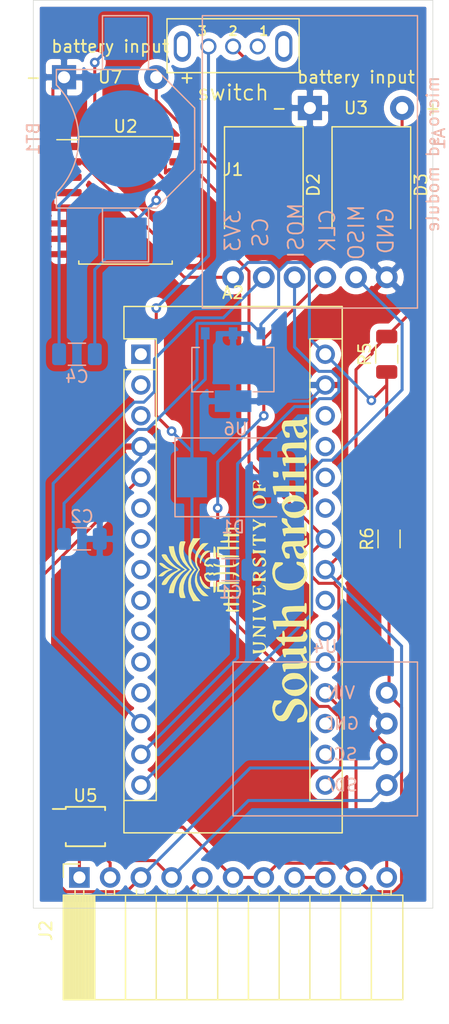
<source format=kicad_pcb>
(kicad_pcb (version 20171130) (host pcbnew "(5.1.10)-1")
  (layers (0 F.Cu signal) (31 B.Cu signal) (34 B.Paste user) (35 F.Paste user) (36 B.SilkS user) (37 F.SilkS user) (38 B.Mask user) (39 F.Mask user) (44 Edge.Cuts user))
  (net 0 "")
  (net 1 "Net-(A1-Pad4)")
  (net 2 "Net-(A1-Pad5)")
  (net 3 "Net-(A1-Pad1)")
  (net 4 "Net-(A1-Pad3)")
  (net 5 GND)
  (net 6 "Net-(A1-Pad2)")
  (net 7 "Net-(A2-Pad28)")
  (net 8 "Net-(A2-Pad12)")
  (net 9 "Net-(A2-Pad27)")
  (net 10 "Net-(A2-Pad11)")
  (net 11 "Net-(A2-Pad26)")
  (net 12 "Net-(A2-Pad10)")
  (net 13 "Net-(A2-Pad25)")
  (net 14 "Net-(A2-Pad9)")
  (net 15 "Net-(A2-Pad24)")
  (net 16 "Net-(A2-Pad8)")
  (net 17 "Net-(A2-Pad23)")
  (net 18 "Net-(A2-Pad7)")
  (net 19 "Net-(A2-Pad22)")
  (net 20 "Net-(A2-Pad6)")
  (net 21 "Net-(A2-Pad21)")
  (net 22 "Net-(A2-Pad5)")
  (net 23 "Net-(A2-Pad20)")
  (net 24 "Net-(A2-Pad19)")
  (net 25 "Net-(A2-Pad3)")
  (net 26 "Net-(A2-Pad18)")
  (net 27 "Net-(A2-Pad2)")
  (net 28 "Net-(A2-Pad17)")
  (net 29 "Net-(A2-Pad1)")
  (net 30 GNDREF)
  (net 31 "Net-(C1-Pad1)")
  (net 32 "Net-(BT1-Pad1)")
  (net 33 GNDS)
  (net 34 VCC)
  (net 35 "Net-(D2-Pad1)")
  (net 36 "Net-(J2-Pad2)")
  (net 37 "Net-(J2-Pad1)")
  (net 38 "Net-(U2-Pad4)")
  (net 39 "Net-(U2-Pad3)")
  (net 40 "Net-(U2-Pad1)")
  (net 41 "Net-(U5-Pad7)")
  (net 42 "Net-(U5-Pad6)")
  (net 43 "Net-(U5-Pad2)")
  (net 44 "Net-(U5-Pad1)")
  (net 45 "Net-(J1-Pad1)")
  (module kitest:Battery_Input (layer F.Cu) (at 115.57 80.01)
    (fp_text reference U7 (at 0 1.27) (layer F.SilkS))
    (fp_text value Solar_Input)
    (fp_text user "battery input" (at 0 -1.27) (layer F.SilkS))
    (fp_text user - (at -6.35 1.27) (layer F.SilkS))
    (fp_text user + (at 6.35 1.27) (layer F.SilkS))
    (pad 2 thru_hole rect (at -3.81 1.27) (size 2 2) (drill 1) (layers *.Cu *.Mask) (net 5 GND))
    (pad 1 thru_hole circle (at 3.81 1.27) (size 2 2) (drill 1) (layers *.Cu *.Mask) (net 34 VCC))
  )
  (module kitest:TDS_module (layer B.Cu) (at 133.35 135.89)
    (fp_text reference U4 (at 0 -7.62) (layer B.SilkS) (effects (justify mirror)))
    (fp_text value 4023)
    (fp_text user VIN (at 1.27 -3.81) (layer B.SilkS) (effects (justify mirror)))
    (fp_text user GND (at 1.27 -1.27) (layer B.SilkS) (effects (justify mirror)))
    (fp_text user SCL (at 1.27 1.27) (layer B.SilkS) (effects (justify mirror)))
    (fp_text user SDA (at 1.27 3.81) (layer B.SilkS) (effects (justify mirror)))
    (pad 13 thru_hole circle (at 5.08 -3.81) (size 1.8 1.8) (drill 1) (layers *.Cu *.Mask) (net 3 "Net-(A1-Pad1)"))
    (pad 10 thru_hole circle (at 5.08 -1.27) (size 1.8 1.8) (drill 1) (layers *.Cu *.Mask) (net 5 GND))
    (pad 11 thru_hole circle (at 5.08 1.27) (size 1.8 1.8) (drill 1) (layers *.Cu *.Mask) (net 15 "Net-(A2-Pad24)"))
    (pad 12 thru_hole circle (at 5.08 3.81) (size 1.8 1.8) (drill 1) (layers *.Cu *.Mask) (net 17 "Net-(A2-Pad23)"))
  )
  (module kitest:Battery_Input (layer F.Cu) (at 135.89 82.55)
    (fp_text reference U3 (at 0 1.27) (layer F.SilkS))
    (fp_text value Battery_Input)
    (fp_text user "battery input" (at 0 -1.27) (layer F.SilkS))
    (fp_text user - (at -6.35 1.27) (layer F.SilkS))
    (fp_text user + (at 6.35 1.27) (layer F.SilkS))
    (pad 2 thru_hole rect (at -3.81 1.27) (size 2 2) (drill 1) (layers *.Cu *.Mask) (net 5 GND))
    (pad 1 thru_hole circle (at 3.81 1.27) (size 2 2) (drill 1) (layers *.Cu *.Mask) (net 34 VCC))
  )
  (module kitest:uofsc_logo_1in (layer F.Cu) (at 125.73 121.92 90)
    (fp_text reference U1 hide)
    (fp_text value 4001 hide)
  )
  (module kitest:grounded_switch (layer F.Cu) (at 125.73 83.82 180)
    (fp_text reference J1 (at 0 -5.08) (layer F.SilkS))
    (fp_text value XLR3_Switched)
    (fp_text user switch (at 0 1.27) (layer F.SilkS) (effects (font (size 1.27 1.27))))
    (fp_text user 3 (at 2.54 6.35) (layer F.SilkS) (effects (font (size 0.75 0.75))))
    (fp_text user 2 (at 0 6.35) (layer F.SilkS) (effects (font (size 0.75 0.75))))
    (fp_text user 1 (at -2.54 6.35) (layer F.SilkS) (effects (font (size 0.75 0.75))))
    (pad 5 thru_hole oval (at 4.191 5.08 270) (size 2.524 1.424) (drill oval 1.76 0.914) (layers *.Cu *.Mask))
    (pad 4 thru_hole oval (at -4.191 5.08 270) (size 2.524 1.424) (drill oval 1.76 0.914) (layers *.Cu *.Mask))
    (pad 3 thru_hole circle (at 2.032 5.08 180) (size 1.324 1.324) (drill 0.914) (layers *.Cu *.Mask) (net 31 "Net-(C1-Pad1)"))
    (pad 2 thru_hole circle (at 0 5.08 180) (size 1.324 1.324) (drill 0.914) (layers *.Cu *.Mask) (net 35 "Net-(D2-Pad1)"))
    (pad 1 thru_hole circle (at -2.032 5.08 180) (size 1.324 1.324) (drill 0.914) (layers *.Cu *.Mask) (net 45 "Net-(J1-Pad1)"))
  )
  (module kitest:battery_holder_10mm (layer B.Cu) (at 116.84 86.36 270)
    (fp_text reference BT1 (at 0 7.62 270) (layer B.SilkS) (effects (justify mirror)))
    (fp_text value Battery_Cell)
    (pad 2 smd circle (at 0 0) (size 8 8) (layers B.Cu B.Mask) (net 33 GNDS))
    (pad 1 smd rect (at -8.255 0) (size 3.5 3.5) (layers B.Cu B.Mask) (net 32 "Net-(BT1-Pad1)"))
    (pad 1 smd rect (at 8.255 0) (size 3.5 3.5) (layers B.Cu B.Mask) (net 32 "Net-(BT1-Pad1)"))
  )
  (module "kitest:SD Module" (layer B.Cu) (at 142.24 86.36 270)
    (fp_text reference A1 (at 0 -0.5 270) (layer B.SilkS) (effects (justify mirror)))
    (fp_text value SD_Card_Module)
    (fp_text user "micro sd module" (at 1.27 0 270) (layer B.SilkS) (effects (justify mirror)))
    (fp_text user 3V3 (at 7.5946 16.5354 270) (layer B.SilkS) (effects (font (size 1.27 1.27)) (justify mirror)))
    (fp_text user CS (at 7.7216 14.2494 270) (layer B.SilkS) (effects (font (size 1.27 1.27)) (justify mirror)))
    (fp_text user MOSI (at 7.5692 11.303 270) (layer B.SilkS) (effects (font (size 1.27 1.27)) (justify mirror)))
    (fp_text user CLK (at 7.5692 8.7122 270) (layer B.SilkS) (effects (font (size 1.27 1.27)) (justify mirror)))
    (fp_text user MISO (at 7.7216 6.3246 270) (layer B.SilkS) (effects (font (size 1.27 1.27)) (justify mirror)))
    (fp_text user GND (at 7.5946 3.8862 270) (layer B.SilkS) (effects (font (size 1.27 1.27)) (justify mirror)))
    (pad 6 thru_hole circle (at 11.43 3.81 270) (size 1.8 1.8) (drill 1) (layers *.Cu *.Mask) (net 5 GND))
    (pad 5 thru_hole circle (at 11.43 6.35 270) (size 1.8 1.8) (drill 1) (layers *.Cu *.Mask) (net 2 "Net-(A1-Pad5)"))
    (pad 4 thru_hole circle (at 11.43 8.89 270) (size 1.8 1.8) (drill 1) (layers *.Cu *.Mask) (net 1 "Net-(A1-Pad4)"))
    (pad 3 thru_hole circle (at 11.43 11.43 270) (size 1.8 1.8) (drill 1) (layers *.Cu *.Mask) (net 4 "Net-(A1-Pad3)"))
    (pad 2 thru_hole circle (at 11.43 13.97 270) (size 1.8 1.8) (drill 1) (layers *.Cu *.Mask) (net 6 "Net-(A1-Pad2)"))
    (pad 1 thru_hole circle (at 11.43 16.51 270) (size 1.8 1.8) (drill 1) (layers *.Cu *.Mask) (net 3 "Net-(A1-Pad1)"))
  )
  (module "smart penetrometer footprints:BD433M2FP3_CE2" (layer B.Cu) (at 125.73 105.41)
    (fp_text reference U6 (at 0.2032 4.9022) (layer B.SilkS) (effects (justify mirror)))
    (fp_text value 3v3_Voltage_Regulator)
    (pad 4 smd rect (at 0 2.605) (size 3.025 1.78) (layers B.Cu B.Paste B.Mask) (net 5 GND))
    (pad 3 smd rect (at 2.3 -2.995) (size 0.71 1) (layers B.Cu B.Paste B.Mask) (net 3 "Net-(A1-Pad1)"))
    (pad 2 smd rect (at 0 -2.995) (size 0.71 1) (layers B.Cu B.Paste B.Mask) (net 5 GND))
    (pad 1 smd rect (at -2.3 -2.995) (size 0.71 1) (layers B.Cu B.Paste B.Mask) (net 31 "Net-(C1-Pad1)"))
  )
  (module Package_SO:TSSOP-10_3x3mm_P0.5mm (layer F.Cu) (at 113.53 143.12)
    (fp_text reference U5 (at 0 -2.55) (layer F.SilkS))
    (fp_text value ADS1115IDGS)
    (pad 10 smd rect (at 2.15 -1) (size 1.1 0.25) (layers F.Cu F.Paste F.Mask) (net 15 "Net-(A2-Pad24)"))
    (pad 9 smd rect (at 2.15 -0.5) (size 1.1 0.25) (layers F.Cu F.Paste F.Mask) (net 17 "Net-(A2-Pad23)"))
    (pad 8 smd rect (at 2.15 0) (size 1.1 0.25) (layers F.Cu F.Paste F.Mask) (net 3 "Net-(A1-Pad1)"))
    (pad 7 smd rect (at 2.15 0.5) (size 1.1 0.25) (layers F.Cu F.Paste F.Mask) (net 41 "Net-(U5-Pad7)"))
    (pad 6 smd rect (at 2.15 1) (size 1.1 0.25) (layers F.Cu F.Paste F.Mask) (net 42 "Net-(U5-Pad6)"))
    (pad 5 smd rect (at -2.15 1) (size 1.1 0.25) (layers F.Cu F.Paste F.Mask) (net 37 "Net-(J2-Pad1)"))
    (pad 4 smd rect (at -2.15 0.5) (size 1.1 0.25) (layers F.Cu F.Paste F.Mask) (net 36 "Net-(J2-Pad2)"))
    (pad 3 smd rect (at -2.15 0) (size 1.1 0.25) (layers F.Cu F.Paste F.Mask) (net 33 GNDS))
    (pad 2 smd rect (at -2.15 -0.5) (size 1.1 0.25) (layers F.Cu F.Paste F.Mask) (net 43 "Net-(U5-Pad2)"))
    (pad 1 smd rect (at -2.15 -1) (size 1.1 0.25) (layers F.Cu F.Paste F.Mask) (net 44 "Net-(U5-Pad1)"))
  )
  (module Package_SO:SOIC-16W_7.5x10.3mm_P1.27mm (layer F.Cu) (at 116.84 91.44)
    (fp_text reference U2 (at 0 -6.1) (layer F.SilkS))
    (fp_text value DS3231M)
    (pad 16 smd roundrect (at 4.65 -4.445) (size 2.05 0.6) (layers F.Cu F.Paste F.Mask) (net 15 "Net-(A2-Pad24)"))
    (pad 15 smd roundrect (at 4.65 -3.175) (size 2.05 0.6) (layers F.Cu F.Paste F.Mask) (net 17 "Net-(A2-Pad23)"))
    (pad 14 smd roundrect (at 4.65 -1.905) (size 2.05 0.6) (layers F.Cu F.Paste F.Mask) (net 32 "Net-(BT1-Pad1)"))
    (pad 13 smd roundrect (at 4.65 -0.635) (size 2.05 0.6) (layers F.Cu F.Paste F.Mask) (net 5 GND))
    (pad 12 smd roundrect (at 4.65 0.635) (size 2.05 0.6) (layers F.Cu F.Paste F.Mask) (net 5 GND))
    (pad 11 smd roundrect (at 4.65 1.905) (size 2.05 0.6) (layers F.Cu F.Paste F.Mask) (net 5 GND))
    (pad 10 smd roundrect (at 4.65 3.175) (size 2.05 0.6) (layers F.Cu F.Paste F.Mask) (net 5 GND))
    (pad 9 smd roundrect (at 4.65 4.445) (size 2.05 0.6) (layers F.Cu F.Paste F.Mask) (net 5 GND))
    (pad 8 smd roundrect (at -4.65 4.445) (size 2.05 0.6) (layers F.Cu F.Paste F.Mask) (net 5 GND))
    (pad 7 smd roundrect (at -4.65 3.175) (size 2.05 0.6) (layers F.Cu F.Paste F.Mask) (net 5 GND))
    (pad 6 smd roundrect (at -4.65 1.905) (size 2.05 0.6) (layers F.Cu F.Paste F.Mask) (net 5 GND))
    (pad 5 smd roundrect (at -4.65 0.635) (size 2.05 0.6) (layers F.Cu F.Paste F.Mask) (net 5 GND))
    (pad 4 smd roundrect (at -4.65 -0.635) (size 2.05 0.6) (layers F.Cu F.Paste F.Mask) (net 38 "Net-(U2-Pad4)"))
    (pad 3 smd roundrect (at -4.65 -1.905) (size 2.05 0.6) (layers F.Cu F.Paste F.Mask) (net 39 "Net-(U2-Pad3)"))
    (pad 2 smd roundrect (at -4.65 -3.175) (size 2.05 0.6) (layers F.Cu F.Paste F.Mask) (net 3 "Net-(A1-Pad1)"))
    (pad 1 smd roundrect (at -4.65 -4.445) (size 2.05 0.6) (layers F.Cu F.Paste F.Mask) (net 40 "Net-(U2-Pad1)"))
  )
  (module Resistor_SMD:R_1206_3216Metric (layer F.Cu) (at 138.6225 119.38 90)
    (fp_text reference R6 (at 0 -1.82 90) (layer F.SilkS))
    (fp_text value R_Small_US)
    (pad 2 smd roundrect (at 1.4625 0 90) (size 1.125 1.75) (layers F.Cu F.Paste F.Mask) (roundrect_rratio 0.222222) (net 15 "Net-(A2-Pad24)"))
    (pad 1 smd roundrect (at -1.4625 0 90) (size 1.125 1.75) (layers F.Cu F.Paste F.Mask) (roundrect_rratio 0.222222) (net 3 "Net-(A1-Pad1)"))
  )
  (module Resistor_SMD:R_1206_3216Metric (layer F.Cu) (at 138.43 104.14 90)
    (fp_text reference R5 (at 0 -1.82 90) (layer F.SilkS))
    (fp_text value R_Small_US)
    (pad 2 smd roundrect (at 1.4625 0 90) (size 1.125 1.75) (layers F.Cu F.Paste F.Mask) (roundrect_rratio 0.222222) (net 17 "Net-(A2-Pad23)"))
    (pad 1 smd roundrect (at -1.4625 0 90) (size 1.125 1.75) (layers F.Cu F.Paste F.Mask) (roundrect_rratio 0.222222) (net 3 "Net-(A1-Pad1)"))
  )
  (module Connector_PinSocket_2.54mm:PinSocket_1x11_P2.54mm_Horizontal (layer F.Cu) (at 113.03 147.32 90)
    (fp_text reference J2 (at -4.38 -2.77 90) (layer F.SilkS))
    (fp_text value Conn_01x11_Female)
    (pad 11 thru_hole oval (at 0 25.4 90) (size 1.7 1.7) (drill 1) (layers *.Cu *.Mask) (net 24 "Net-(A2-Pad19)"))
    (pad 10 thru_hole oval (at 0 22.86 90) (size 1.7 1.7) (drill 1) (layers *.Cu *.Mask) (net 3 "Net-(A1-Pad1)"))
    (pad 9 thru_hole oval (at 0 20.32 90) (size 1.7 1.7) (drill 1) (layers *.Cu *.Mask) (net 30 GNDREF))
    (pad 8 thru_hole oval (at 0 17.78 90) (size 1.7 1.7) (drill 1) (layers *.Cu *.Mask) (net 30 GNDREF))
    (pad 7 thru_hole oval (at 0 15.24 90) (size 1.7 1.7) (drill 1) (layers *.Cu *.Mask) (net 3 "Net-(A1-Pad1)"))
    (pad 6 thru_hole oval (at 0 12.7 90) (size 1.7 1.7) (drill 1) (layers *.Cu *.Mask) (net 3 "Net-(A1-Pad1)"))
    (pad 5 thru_hole oval (at 0 10.16 90) (size 1.7 1.7) (drill 1) (layers *.Cu *.Mask) (net 22 "Net-(A2-Pad5)"))
    (pad 4 thru_hole oval (at 0 7.62 90) (size 1.7 1.7) (drill 1) (layers *.Cu *.Mask) (net 17 "Net-(A2-Pad23)"))
    (pad 3 thru_hole oval (at 0 5.08 90) (size 1.7 1.7) (drill 1) (layers *.Cu *.Mask) (net 15 "Net-(A2-Pad24)"))
    (pad 2 thru_hole oval (at 0 2.54 90) (size 1.7 1.7) (drill 1) (layers *.Cu *.Mask) (net 36 "Net-(J2-Pad2)"))
    (pad 1 thru_hole rect (at 0 0 90) (size 1.7 1.7) (drill 1) (layers *.Cu *.Mask) (net 37 "Net-(J2-Pad1)"))
  )
  (module Diode_SMD:D_SMC (layer F.Cu) (at 137.16 90.17 270)
    (fp_text reference D3 (at 0 -4.1 90) (layer F.SilkS))
    (fp_text value B350)
    (pad 2 smd rect (at 3.4 0) (size 3.3 2.5) (layers F.Cu F.Paste F.Mask) (net 34 VCC))
    (pad 1 smd rect (at -3.4 0) (size 3.3 2.5) (layers F.Cu F.Paste F.Mask) (net 35 "Net-(D2-Pad1)"))
  )
  (module Diode_SMD:D_SMC (layer F.Cu) (at 128.27 90.17 270)
    (fp_text reference D2 (at 0 -4.1 90) (layer F.SilkS))
    (fp_text value B320)
    (pad 2 smd rect (at 3.4 0) (size 3.3 2.5) (layers F.Cu F.Paste F.Mask) (net 34 VCC))
    (pad 1 smd rect (at -3.4 0) (size 3.3 2.5) (layers F.Cu F.Paste F.Mask) (net 35 "Net-(D2-Pad1)"))
  )
  (module Diode_SMD:D_SMC (layer B.Cu) (at 125.73 114.3)
    (fp_text reference D1 (at 0 4.1) (layer B.SilkS) (effects (justify mirror)))
    (fp_text value D_Zener_Small)
    (pad 2 smd rect (at 3.4 0 270) (size 3.3 2.5) (layers B.Cu B.Paste B.Mask) (net 5 GND))
    (pad 1 smd rect (at -3.4 0 270) (size 3.3 2.5) (layers B.Cu B.Paste B.Mask) (net 31 "Net-(C1-Pad1)"))
  )
  (module Capacitor_SMD:C_1206_3216Metric (layer B.Cu) (at 112.825 104.14)
    (fp_text reference C4 (at 0 1.85) (layer B.SilkS) (effects (justify mirror)))
    (fp_text value C_Small)
    (pad 2 smd roundrect (at 1.475 0) (size 1.15 1.8) (layers B.Cu B.Paste B.Mask) (roundrect_rratio 0.217391) (net 32 "Net-(BT1-Pad1)"))
    (pad 1 smd roundrect (at -1.475 0) (size 1.15 1.8) (layers B.Cu B.Paste B.Mask) (roundrect_rratio 0.217391) (net 33 GNDS))
  )
  (module Capacitor_SMD:C_1206_3216Metric (layer B.Cu) (at 113.235 119.38 180)
    (fp_text reference C2 (at 0 1.85) (layer B.SilkS) (effects (justify mirror)))
    (fp_text value C_10uF)
    (pad 2 smd roundrect (at 1.475 0 180) (size 1.15 1.8) (layers B.Cu B.Paste B.Mask) (roundrect_rratio 0.217391) (net 3 "Net-(A1-Pad1)"))
    (pad 1 smd roundrect (at -1.475 0 180) (size 1.15 1.8) (layers B.Cu B.Paste B.Mask) (roundrect_rratio 0.217391) (net 5 GND))
  )
  (module Capacitor_SMD:C_1206_3216Metric (layer B.Cu) (at 125.525 121.92)
    (fp_text reference C1 (at 0 1.85) (layer B.SilkS) (effects (justify mirror)))
    (fp_text value C_0.1uF)
    (pad 2 smd roundrect (at 1.475 0) (size 1.15 1.8) (layers B.Cu B.Paste B.Mask) (roundrect_rratio 0.217391) (net 5 GND))
    (pad 1 smd roundrect (at -1.475 0) (size 1.15 1.8) (layers B.Cu B.Paste B.Mask) (roundrect_rratio 0.217391) (net 31 "Net-(C1-Pad1)"))
  )
  (module Module:Arduino_Nano (layer F.Cu) (at 118.11 104.14)
    (fp_text reference A2 (at 7.62 -5.08) (layer F.SilkS))
    (fp_text value Arduino_Nano_v3.x)
    (pad 16 thru_hole oval (at 15.24 35.56) (size 1.6 1.6) (drill 1) (layers *.Cu *.Mask) (net 1 "Net-(A1-Pad4)"))
    (pad 15 thru_hole oval (at 0 35.56) (size 1.6 1.6) (drill 1) (layers *.Cu *.Mask) (net 2 "Net-(A1-Pad5)"))
    (pad 30 thru_hole oval (at 15.24 0) (size 1.6 1.6) (drill 1) (layers *.Cu *.Mask) (net 3 "Net-(A1-Pad1)"))
    (pad 14 thru_hole oval (at 0 33.02) (size 1.6 1.6) (drill 1) (layers *.Cu *.Mask) (net 4 "Net-(A1-Pad3)"))
    (pad 29 thru_hole oval (at 15.24 2.54) (size 1.6 1.6) (drill 1) (layers *.Cu *.Mask) (net 5 GND))
    (pad 13 thru_hole oval (at 0 30.48) (size 1.6 1.6) (drill 1) (layers *.Cu *.Mask) (net 6 "Net-(A1-Pad2)"))
    (pad 28 thru_hole oval (at 15.24 5.08) (size 1.6 1.6) (drill 1) (layers *.Cu *.Mask) (net 7 "Net-(A2-Pad28)"))
    (pad 12 thru_hole oval (at 0 27.94) (size 1.6 1.6) (drill 1) (layers *.Cu *.Mask) (net 8 "Net-(A2-Pad12)"))
    (pad 27 thru_hole oval (at 15.24 7.62) (size 1.6 1.6) (drill 1) (layers *.Cu *.Mask) (net 9 "Net-(A2-Pad27)"))
    (pad 11 thru_hole oval (at 0 25.4) (size 1.6 1.6) (drill 1) (layers *.Cu *.Mask) (net 10 "Net-(A2-Pad11)"))
    (pad 26 thru_hole oval (at 15.24 10.16) (size 1.6 1.6) (drill 1) (layers *.Cu *.Mask) (net 11 "Net-(A2-Pad26)"))
    (pad 10 thru_hole oval (at 0 22.86) (size 1.6 1.6) (drill 1) (layers *.Cu *.Mask) (net 12 "Net-(A2-Pad10)"))
    (pad 25 thru_hole oval (at 15.24 12.7) (size 1.6 1.6) (drill 1) (layers *.Cu *.Mask) (net 13 "Net-(A2-Pad25)"))
    (pad 9 thru_hole oval (at 0 20.32) (size 1.6 1.6) (drill 1) (layers *.Cu *.Mask) (net 14 "Net-(A2-Pad9)"))
    (pad 24 thru_hole oval (at 15.24 15.24) (size 1.6 1.6) (drill 1) (layers *.Cu *.Mask) (net 15 "Net-(A2-Pad24)"))
    (pad 8 thru_hole oval (at 0 17.78) (size 1.6 1.6) (drill 1) (layers *.Cu *.Mask) (net 16 "Net-(A2-Pad8)"))
    (pad 23 thru_hole oval (at 15.24 17.78) (size 1.6 1.6) (drill 1) (layers *.Cu *.Mask) (net 17 "Net-(A2-Pad23)"))
    (pad 7 thru_hole oval (at 0 15.24) (size 1.6 1.6) (drill 1) (layers *.Cu *.Mask) (net 18 "Net-(A2-Pad7)"))
    (pad 22 thru_hole oval (at 15.24 20.32) (size 1.6 1.6) (drill 1) (layers *.Cu *.Mask) (net 19 "Net-(A2-Pad22)"))
    (pad 6 thru_hole oval (at 0 12.7) (size 1.6 1.6) (drill 1) (layers *.Cu *.Mask) (net 20 "Net-(A2-Pad6)"))
    (pad 21 thru_hole oval (at 15.24 22.86) (size 1.6 1.6) (drill 1) (layers *.Cu *.Mask) (net 21 "Net-(A2-Pad21)"))
    (pad 5 thru_hole oval (at 0 10.16) (size 1.6 1.6) (drill 1) (layers *.Cu *.Mask) (net 22 "Net-(A2-Pad5)"))
    (pad 20 thru_hole oval (at 15.24 25.4) (size 1.6 1.6) (drill 1) (layers *.Cu *.Mask) (net 23 "Net-(A2-Pad20)"))
    (pad 4 thru_hole oval (at 0 7.62) (size 1.6 1.6) (drill 1) (layers *.Cu *.Mask) (net 5 GND))
    (pad 19 thru_hole oval (at 15.24 27.94) (size 1.6 1.6) (drill 1) (layers *.Cu *.Mask) (net 24 "Net-(A2-Pad19)"))
    (pad 3 thru_hole oval (at 0 5.08) (size 1.6 1.6) (drill 1) (layers *.Cu *.Mask) (net 25 "Net-(A2-Pad3)"))
    (pad 18 thru_hole oval (at 15.24 30.48) (size 1.6 1.6) (drill 1) (layers *.Cu *.Mask) (net 26 "Net-(A2-Pad18)"))
    (pad 2 thru_hole oval (at 0 2.54) (size 1.6 1.6) (drill 1) (layers *.Cu *.Mask) (net 27 "Net-(A2-Pad2)"))
    (pad 17 thru_hole oval (at 15.24 33.02) (size 1.6 1.6) (drill 1) (layers *.Cu *.Mask) (net 28 "Net-(A2-Pad17)"))
    (pad 1 thru_hole rect (at 0 0) (size 1.6 1.6) (drill 1) (layers *.Cu *.Mask) (net 29 "Net-(A2-Pad1)"))
  )
  (gr_line (start 142.24 74.93) (end 142.24 149.86) (layer Edge.Cuts) (width 0.05))
  (gr_line (start 109.22 149.86) (end 109.22 74.93) (layer Edge.Cuts) (width 0.05))
  (gr_line (start 142.24 149.86) (end 109.22 149.86) (layer Edge.Cuts) (width 0.05))
  (gr_line (start 142.24 74.93) (end 109.22 74.93) (layer Edge.Cuts) (width 0.05))
  (segment (start 132.809999 133.205001) (end 124.46 124.855002) (width 0.25) (layer F.Cu) (net 1))
  (segment (start 133.600003 133.205001) (end 132.809999 133.205001) (width 0.25) (layer F.Cu) (net 1))
  (segment (start 134.62 134.224998) (end 133.600003 133.205001) (width 0.25) (layer F.Cu) (net 1))
  (segment (start 134.62 138.43) (end 134.62 134.224998) (width 0.25) (layer F.Cu) (net 1))
  (segment (start 133.35 139.7) (end 134.62 138.43) (width 0.25) (layer F.Cu) (net 1))
  (segment (start 124.46 124.855002) (end 124.46 116.84) (width 0.25) (layer F.Cu) (net 1))
  (segment (start 124.46 116.84) (end 124.46 116.84) (width 0.25) (layer F.Cu) (net 1))
  (via (at 124.46 116.84) (size 0.8) (drill 0.4) (layers F.Cu B.Cu) (net 1))
  (segment (start 124.46 116.84) (end 124.46 113.03) (width 0.25) (layer B.Cu) (net 1))
  (segment (start 124.46 113.03) (end 127 110.49) (width 0.25) (layer B.Cu) (net 1))
  (segment (start 127 110.49) (end 128.27 109.22) (width 0.25) (layer B.Cu) (net 1))
  (segment (start 128.27 109.22) (end 128.27 109.22) (width 0.25) (layer B.Cu) (net 1))
  (via (at 128.27 109.22) (size 0.8) (drill 0.4) (layers F.Cu B.Cu) (net 1))
  (segment (start 128.27 102.87) (end 133.35 97.79) (width 0.25) (layer F.Cu) (net 1))
  (segment (start 128.27 109.22) (end 128.27 102.87) (width 0.25) (layer F.Cu) (net 1))
  (segment (start 132.224999 125.585001) (end 118.11 139.7) (width 0.25) (layer B.Cu) (net 2))
  (segment (start 132.224999 113.759999) (end 132.224999 125.585001) (width 0.25) (layer B.Cu) (net 2))
  (segment (start 133.890001 112.885001) (end 133.099997 112.885001) (width 0.25) (layer B.Cu) (net 2))
  (segment (start 139.7 107.075002) (end 133.890001 112.885001) (width 0.25) (layer B.Cu) (net 2))
  (segment (start 139.7 101.6) (end 139.7 107.075002) (width 0.25) (layer B.Cu) (net 2))
  (segment (start 133.099997 112.885001) (end 132.224999 113.759999) (width 0.25) (layer B.Cu) (net 2))
  (segment (start 135.89 97.79) (end 139.7 101.6) (width 0.25) (layer B.Cu) (net 2))
  (segment (start 138.43 105.6025) (end 138.43 114.3) (width 0.25) (layer F.Cu) (net 3))
  (segment (start 138.43 114.3) (end 140.97 116.84) (width 0.25) (layer F.Cu) (net 3))
  (segment (start 140.97 118.495) (end 138.6225 120.8425) (width 0.25) (layer F.Cu) (net 3))
  (segment (start 140.97 116.84) (end 140.97 118.495) (width 0.25) (layer F.Cu) (net 3))
  (segment (start 138.6225 131.8875) (end 138.43 132.08) (width 0.25) (layer F.Cu) (net 3))
  (segment (start 138.6225 120.8425) (end 138.6225 131.8875) (width 0.25) (layer F.Cu) (net 3))
  (segment (start 115.630001 143.169999) (end 115.68 143.12) (width 0.25) (layer F.Cu) (net 3))
  (segment (start 121.579999 143.169999) (end 115.630001 143.169999) (width 0.25) (layer F.Cu) (net 3))
  (segment (start 125.73 147.32) (end 121.579999 143.169999) (width 0.25) (layer F.Cu) (net 3))
  (segment (start 120.13999 96.231758) (end 121.698232 97.79) (width 0.25) (layer F.Cu) (net 3))
  (segment (start 120.13999 95.18999) (end 120.13999 96.231758) (width 0.25) (layer F.Cu) (net 3))
  (segment (start 121.698232 97.79) (end 125.73 97.79) (width 0.25) (layer F.Cu) (net 3))
  (segment (start 113.215 88.265) (end 120.13999 95.18999) (width 0.25) (layer F.Cu) (net 3))
  (segment (start 112.19 88.265) (end 113.215 88.265) (width 0.25) (layer F.Cu) (net 3))
  (segment (start 122.814999 101.589999) (end 127.204999 101.589999) (width 0.25) (layer B.Cu) (net 3))
  (segment (start 127.204999 101.589999) (end 128.03 102.415) (width 0.25) (layer B.Cu) (net 3))
  (segment (start 122.749999 101.654999) (end 122.814999 101.589999) (width 0.25) (layer B.Cu) (net 3))
  (segment (start 122.749999 106.245003) (end 122.749999 101.654999) (width 0.25) (layer B.Cu) (net 3))
  (segment (start 118.650001 110.345001) (end 122.749999 106.245003) (width 0.25) (layer B.Cu) (net 3))
  (segment (start 117.859997 110.345001) (end 118.650001 110.345001) (width 0.25) (layer B.Cu) (net 3))
  (segment (start 111.76 116.444998) (end 117.859997 110.345001) (width 0.25) (layer B.Cu) (net 3))
  (segment (start 111.76 119.38) (end 111.76 116.444998) (width 0.25) (layer B.Cu) (net 3))
  (segment (start 137.065001 148.495001) (end 135.89 147.32) (width 0.25) (layer F.Cu) (net 3))
  (segment (start 138.994001 148.495001) (end 137.065001 148.495001) (width 0.25) (layer F.Cu) (net 3))
  (segment (start 139.655001 147.834001) (end 138.994001 148.495001) (width 0.25) (layer F.Cu) (net 3))
  (segment (start 139.655001 133.305001) (end 139.655001 147.834001) (width 0.25) (layer F.Cu) (net 3))
  (segment (start 138.43 132.08) (end 139.655001 133.305001) (width 0.25) (layer F.Cu) (net 3))
  (segment (start 129.445001 146.144999) (end 128.27 147.32) (width 0.25) (layer F.Cu) (net 3))
  (segment (start 134.714999 146.144999) (end 129.445001 146.144999) (width 0.25) (layer F.Cu) (net 3))
  (segment (start 135.89 147.32) (end 134.714999 146.144999) (width 0.25) (layer F.Cu) (net 3))
  (segment (start 128.27 147.32) (end 125.73 147.32) (width 0.25) (layer F.Cu) (net 3))
  (segment (start 126.955001 96.564999) (end 125.73 97.79) (width 0.25) (layer B.Cu) (net 3))
  (segment (start 128.858001 96.564999) (end 126.955001 96.564999) (width 0.25) (layer B.Cu) (net 3))
  (segment (start 129.495001 97.201999) (end 128.858001 96.564999) (width 0.25) (layer B.Cu) (net 3))
  (segment (start 129.495001 100.199999) (end 129.495001 97.201999) (width 0.25) (layer B.Cu) (net 3))
  (segment (start 128.03 101.665) (end 129.495001 100.199999) (width 0.25) (layer B.Cu) (net 3))
  (segment (start 128.03 102.415) (end 128.03 101.665) (width 0.25) (layer B.Cu) (net 3))
  (segment (start 130.221999 96.564999) (end 129.54 97.246998) (width 0.25) (layer B.Cu) (net 3))
  (segment (start 131.398001 96.564999) (end 130.221999 96.564999) (width 0.25) (layer B.Cu) (net 3))
  (segment (start 132.035001 97.201999) (end 131.398001 96.564999) (width 0.25) (layer B.Cu) (net 3))
  (segment (start 132.035001 102.825001) (end 132.035001 97.201999) (width 0.25) (layer B.Cu) (net 3))
  (segment (start 133.35 104.14) (end 132.035001 102.825001) (width 0.25) (layer B.Cu) (net 3))
  (segment (start 138.43 105.6025) (end 138.43 106.68) (width 0.25) (layer F.Cu) (net 3))
  (segment (start 138.43 106.68) (end 137.16 107.95) (width 0.25) (layer F.Cu) (net 3))
  (segment (start 137.16 107.95) (end 137.16 107.95) (width 0.25) (layer F.Cu) (net 3))
  (via (at 137.16 107.95) (size 0.8) (drill 0.4) (layers F.Cu B.Cu) (net 3))
  (segment (start 137.16 107.95) (end 133.35 104.14) (width 0.25) (layer B.Cu) (net 3))
  (segment (start 132.819991 105.554999) (end 130.81 103.545008) (width 0.25) (layer B.Cu) (net 4))
  (segment (start 134.475001 107.220001) (end 134.475001 106.139999) (width 0.25) (layer B.Cu) (net 4))
  (segment (start 133.890001 105.554999) (end 132.819991 105.554999) (width 0.25) (layer B.Cu) (net 4))
  (segment (start 133.890001 107.805001) (end 134.475001 107.220001) (width 0.25) (layer B.Cu) (net 4))
  (segment (start 132.201401 108.465009) (end 132.861409 107.805001) (width 0.25) (layer B.Cu) (net 4))
  (segment (start 134.475001 106.139999) (end 133.890001 105.554999) (width 0.25) (layer B.Cu) (net 4))
  (segment (start 132.861409 107.805001) (end 133.890001 107.805001) (width 0.25) (layer B.Cu) (net 4))
  (segment (start 130.81 108.46501) (end 132.201401 108.465009) (width 0.25) (layer B.Cu) (net 4))
  (segment (start 130.81 103.545008) (end 130.81 97.79) (width 0.25) (layer B.Cu) (net 4))
  (segment (start 126.09999 113.17502) (end 130.81 108.46501) (width 0.25) (layer B.Cu) (net 4))
  (segment (start 126.09999 129.17001) (end 126.09999 113.17502) (width 0.25) (layer B.Cu) (net 4))
  (segment (start 118.11 137.16) (end 126.09999 129.17001) (width 0.25) (layer B.Cu) (net 4))
  (segment (start 110.83999 91.74999) (end 110.83999 84.74001) (width 0.25) (layer F.Cu) (net 5))
  (segment (start 111.165 92.075) (end 110.83999 91.74999) (width 0.25) (layer F.Cu) (net 5))
  (segment (start 112.19 92.075) (end 111.165 92.075) (width 0.25) (layer F.Cu) (net 5))
  (segment (start 118.11 112.634998) (end 118.11 111.76) (width 0.25) (layer B.Cu) (net 5))
  (segment (start 114.71 116.034998) (end 118.11 112.634998) (width 0.25) (layer B.Cu) (net 5))
  (segment (start 114.71 119.38) (end 114.71 116.034998) (width 0.25) (layer B.Cu) (net 5))
  (segment (start 125.73 108.015) (end 125.73 102.415) (width 0.25) (layer B.Cu) (net 5))
  (segment (start 132.015 108.015) (end 133.35 106.68) (width 0.25) (layer B.Cu) (net 5))
  (segment (start 125.73 108.015) (end 132.015 108.015) (width 0.25) (layer B.Cu) (net 5))
  (segment (start 127 116.43) (end 129.13 114.3) (width 0.25) (layer B.Cu) (net 5))
  (segment (start 127 121.92) (end 127 116.43) (width 0.25) (layer B.Cu) (net 5))
  (segment (start 110.83999 82.20001) (end 111.76 81.28) (width 0.25) (layer F.Cu) (net 5))
  (segment (start 110.83999 84.74001) (end 110.83999 82.20001) (width 0.25) (layer F.Cu) (net 5))
  (segment (start 110.85999 114.805008) (end 110.85999 127.36999) (width 0.25) (layer B.Cu) (net 6))
  (segment (start 117.569999 108.094999) (end 110.85999 114.805008) (width 0.25) (layer B.Cu) (net 6))
  (segment (start 119.235001 107.220001) (end 118.360003 108.094999) (width 0.25) (layer B.Cu) (net 6))
  (segment (start 110.85999 127.36999) (end 118.11 134.62) (width 0.25) (layer B.Cu) (net 6))
  (segment (start 119.235001 104.533587) (end 119.235001 107.220001) (width 0.25) (layer B.Cu) (net 6))
  (segment (start 118.360003 108.094999) (end 117.569999 108.094999) (width 0.25) (layer B.Cu) (net 6))
  (segment (start 122.628598 101.13999) (end 119.235001 104.533587) (width 0.25) (layer B.Cu) (net 6))
  (segment (start 124.92001 101.13999) (end 122.628598 101.13999) (width 0.25) (layer B.Cu) (net 6))
  (segment (start 128.27 97.79) (end 124.92001 101.13999) (width 0.25) (layer B.Cu) (net 6))
  (segment (start 132.224999 120.505001) (end 133.35 119.38) (width 0.25) (layer F.Cu) (net 15))
  (segment (start 132.224999 122.460001) (end 132.224999 120.505001) (width 0.25) (layer F.Cu) (net 15))
  (segment (start 132.809999 123.045001) (end 132.224999 122.460001) (width 0.25) (layer F.Cu) (net 15))
  (segment (start 134.057499 123.045001) (end 132.809999 123.045001) (width 0.25) (layer F.Cu) (net 15))
  (segment (start 138.6225 118.48) (end 134.057499 123.045001) (width 0.25) (layer F.Cu) (net 15))
  (segment (start 138.6225 117.9175) (end 138.6225 118.48) (width 0.25) (layer F.Cu) (net 15))
  (segment (start 115.229999 141.669999) (end 115.68 142.12) (width 0.25) (layer F.Cu) (net 15))
  (segment (start 110.569999 141.669999) (end 115.229999 141.669999) (width 0.25) (layer F.Cu) (net 15))
  (segment (start 110.504999 141.734999) (end 110.569999 141.669999) (width 0.25) (layer F.Cu) (net 15))
  (segment (start 110.504999 147.080001) (end 110.504999 141.734999) (width 0.25) (layer F.Cu) (net 15))
  (segment (start 111.919999 148.495001) (end 110.504999 147.080001) (width 0.25) (layer F.Cu) (net 15))
  (segment (start 116.934999 148.495001) (end 111.919999 148.495001) (width 0.25) (layer F.Cu) (net 15))
  (segment (start 118.11 147.32) (end 116.934999 148.495001) (width 0.25) (layer F.Cu) (net 15))
  (segment (start 137.304999 138.285001) (end 138.43 137.16) (width 0.25) (layer B.Cu) (net 15))
  (segment (start 127.144999 138.285001) (end 137.304999 138.285001) (width 0.25) (layer B.Cu) (net 15))
  (segment (start 118.11 147.32) (end 127.144999 138.285001) (width 0.25) (layer B.Cu) (net 15))
  (segment (start 138.43 136.433002) (end 134.475001 132.478003) (width 0.25) (layer F.Cu) (net 15))
  (segment (start 134.475001 123.462503) (end 134.057499 123.045001) (width 0.25) (layer F.Cu) (net 15))
  (segment (start 134.475001 132.478003) (end 134.475001 123.462503) (width 0.25) (layer F.Cu) (net 15))
  (segment (start 138.43 137.16) (end 138.43 136.433002) (width 0.25) (layer F.Cu) (net 15))
  (segment (start 122.561758 88.90999) (end 125.844989 92.193221) (width 0.25) (layer F.Cu) (net 15))
  (segment (start 125.844989 96.091987) (end 127.044999 97.291997) (width 0.25) (layer F.Cu) (net 15))
  (segment (start 120.418242 88.90999) (end 122.561758 88.90999) (width 0.25) (layer F.Cu) (net 15))
  (segment (start 127.044999 113.074999) (end 133.35 119.38) (width 0.25) (layer F.Cu) (net 15))
  (segment (start 120.13999 89.188242) (end 120.418242 88.90999) (width 0.25) (layer F.Cu) (net 15))
  (segment (start 127.044999 97.291997) (end 127.044999 113.074999) (width 0.25) (layer F.Cu) (net 15))
  (segment (start 120.13999 87.32001) (end 120.13999 89.188242) (width 0.25) (layer F.Cu) (net 15))
  (segment (start 125.844989 92.193221) (end 125.844989 96.091987) (width 0.25) (layer F.Cu) (net 15))
  (segment (start 120.465 86.995) (end 120.13999 87.32001) (width 0.25) (layer F.Cu) (net 15))
  (segment (start 121.49 86.995) (end 120.465 86.995) (width 0.25) (layer F.Cu) (net 15))
  (segment (start 137.22999 103.87751) (end 137.22999 104.07001) (width 0.25) (layer F.Cu) (net 17))
  (segment (start 138.43 102.6775) (end 137.22999 103.87751) (width 0.25) (layer F.Cu) (net 17))
  (segment (start 137.22999 104.07001) (end 135.89 105.41) (width 0.25) (layer F.Cu) (net 17))
  (segment (start 135.89 119.38) (end 133.35 121.92) (width 0.25) (layer F.Cu) (net 17))
  (segment (start 135.89 105.41) (end 135.89 119.38) (width 0.25) (layer F.Cu) (net 17))
  (segment (start 114.804999 142.734999) (end 114.969997 142.570001) (width 0.25) (layer F.Cu) (net 17))
  (segment (start 114.804999 144.505001) (end 114.804999 142.734999) (width 0.25) (layer F.Cu) (net 17))
  (segment (start 116.231516 145.931518) (end 114.804999 144.505001) (width 0.25) (layer F.Cu) (net 17))
  (segment (start 119.261518 145.931518) (end 116.231516 145.931518) (width 0.25) (layer F.Cu) (net 17))
  (segment (start 120.65 147.32) (end 119.261518 145.931518) (width 0.25) (layer F.Cu) (net 17))
  (segment (start 115.630001 142.570001) (end 115.68 142.62) (width 0.25) (layer F.Cu) (net 17))
  (segment (start 114.969997 142.570001) (end 115.630001 142.570001) (width 0.25) (layer F.Cu) (net 17))
  (segment (start 137.16 140.97) (end 138.43 139.7) (width 0.25) (layer B.Cu) (net 17))
  (segment (start 127 140.97) (end 137.16 140.97) (width 0.25) (layer B.Cu) (net 17))
  (segment (start 120.65 147.32) (end 127 140.97) (width 0.25) (layer B.Cu) (net 17))
  (segment (start 139.655001 138.474999) (end 138.43 139.7) (width 0.25) (layer B.Cu) (net 17))
  (segment (start 139.655001 128.225001) (end 139.655001 138.474999) (width 0.25) (layer B.Cu) (net 17))
  (segment (start 133.35 121.92) (end 139.655001 128.225001) (width 0.25) (layer B.Cu) (net 17))
  (segment (start 140.97 96.52) (end 140.97 100.1375) (width 0.25) (layer F.Cu) (net 17))
  (segment (start 139.7 95.25) (end 140.97 96.52) (width 0.25) (layer F.Cu) (net 17))
  (segment (start 126.294999 95.080001) (end 126.464998 95.25) (width 0.25) (layer F.Cu) (net 17))
  (segment (start 140.97 100.1375) (end 138.43 102.6775) (width 0.25) (layer F.Cu) (net 17))
  (segment (start 126.294999 90.734999) (end 126.294999 95.080001) (width 0.25) (layer F.Cu) (net 17))
  (segment (start 123.825 88.265) (end 126.294999 90.734999) (width 0.25) (layer F.Cu) (net 17))
  (segment (start 126.464998 95.25) (end 139.7 95.25) (width 0.25) (layer F.Cu) (net 17))
  (segment (start 121.49 88.265) (end 123.825 88.265) (width 0.25) (layer F.Cu) (net 17))
  (segment (start 121.564989 148.945011) (end 123.19 147.32) (width 0.25) (layer F.Cu) (net 22))
  (segment (start 111.733599 148.945011) (end 121.564989 148.945011) (width 0.25) (layer F.Cu) (net 22))
  (segment (start 110.05499 147.266402) (end 111.733599 148.945011) (width 0.25) (layer F.Cu) (net 22))
  (segment (start 110.05499 122.35501) (end 110.05499 147.266402) (width 0.25) (layer F.Cu) (net 22))
  (segment (start 118.11 114.3) (end 110.05499 122.35501) (width 0.25) (layer F.Cu) (net 22))
  (segment (start 138.43 147.32) (end 138.43 144.78) (width 0.25) (layer F.Cu) (net 24))
  (segment (start 138.43 144.78) (end 135.89 142.24) (width 0.25) (layer F.Cu) (net 24))
  (segment (start 135.89 134.62) (end 133.35 132.08) (width 0.25) (layer F.Cu) (net 24))
  (segment (start 135.89 142.24) (end 135.89 134.62) (width 0.25) (layer F.Cu) (net 24))
  (segment (start 133.35 147.32) (end 130.81 147.32) (width 0.25) (layer F.Cu) (net 30))
  (segment (start 123.43 106.201412) (end 123.43 102.415) (width 0.25) (layer B.Cu) (net 31))
  (segment (start 122.33 107.301412) (end 123.43 106.201412) (width 0.25) (layer B.Cu) (net 31))
  (segment (start 122.33 120.2) (end 124.05 121.92) (width 0.25) (layer B.Cu) (net 31))
  (segment (start 122.33 114.3) (end 122.33 120.2) (width 0.25) (layer B.Cu) (net 31))
  (segment (start 123.698 78.74) (end 123.698 96.012) (width 0.25) (layer B.Cu) (net 31))
  (segment (start 123.698 96.012) (end 119.38 100.33) (width 0.25) (layer B.Cu) (net 31))
  (segment (start 119.38 100.33) (end 119.38 100.33) (width 0.25) (layer B.Cu) (net 31))
  (via (at 119.38 100.33) (size 0.8) (drill 0.4) (layers F.Cu B.Cu) (net 31))
  (segment (start 119.38 100.33) (end 119.38 109.22) (width 0.25) (layer F.Cu) (net 31))
  (segment (start 119.38 109.22) (end 120.65 110.49) (width 0.25) (layer F.Cu) (net 31))
  (segment (start 120.65 110.49) (end 120.65 110.49) (width 0.25) (layer F.Cu) (net 31))
  (via (at 120.65 110.49) (size 0.8) (drill 0.4) (layers F.Cu B.Cu) (net 31))
  (segment (start 122.33 112.17) (end 122.33 112.62) (width 0.25) (layer B.Cu) (net 31))
  (segment (start 120.65 110.49) (end 122.33 112.17) (width 0.25) (layer B.Cu) (net 31))
  (segment (start 122.33 112.62) (end 122.33 107.301412) (width 0.25) (layer B.Cu) (net 31))
  (segment (start 122.33 114.3) (end 122.33 112.62) (width 0.25) (layer B.Cu) (net 31))
  (segment (start 114.3 97.155) (end 116.84 94.615) (width 0.25) (layer B.Cu) (net 32))
  (segment (start 114.3 104.14) (end 114.3 97.155) (width 0.25) (layer B.Cu) (net 32))
  (segment (start 116.84 94.615) (end 116.84 93.98) (width 0.25) (layer B.Cu) (net 32))
  (segment (start 116.84 93.98) (end 119.38 91.44) (width 0.25) (layer B.Cu) (net 32))
  (segment (start 119.38 91.44) (end 119.38 91.44) (width 0.25) (layer B.Cu) (net 32))
  (via (at 119.38 91.44) (size 0.8) (drill 0.4) (layers F.Cu B.Cu) (net 32))
  (via (at 114.3 80.065001) (size 0.8) (drill 0.4) (layers F.Cu B.Cu) (net 32))
  (segment (start 119.38 90.874315) (end 119.38 91.44) (width 0.25) (layer F.Cu) (net 32))
  (segment (start 120.719315 89.535) (end 121.49 89.535) (width 0.25) (layer F.Cu) (net 32))
  (segment (start 119.38 90.874315) (end 120.719315 89.535) (width 0.25) (layer F.Cu) (net 32))
  (segment (start 120.150338 89.835) (end 114.3 83.984662) (width 0.25) (layer F.Cu) (net 32))
  (segment (start 121.19 89.835) (end 120.150338 89.835) (width 0.25) (layer F.Cu) (net 32))
  (segment (start 114.3 83.984662) (end 114.3 80.065001) (width 0.25) (layer F.Cu) (net 32))
  (segment (start 121.49 89.535) (end 121.19 89.835) (width 0.25) (layer F.Cu) (net 32))
  (segment (start 116.260001 78.105) (end 114.3 80.065001) (width 0.25) (layer B.Cu) (net 32))
  (segment (start 116.84 78.105) (end 116.260001 78.105) (width 0.25) (layer B.Cu) (net 32))
  (segment (start 111.35 91.85) (end 111.35 104.14) (width 0.25) (layer B.Cu) (net 33))
  (segment (start 116.84 86.36) (end 111.35 91.85) (width 0.25) (layer B.Cu) (net 33))
  (segment (start 137.16 93.57) (end 128.27 93.57) (width 0.25) (layer F.Cu) (net 34))
  (segment (start 139.7 91.03) (end 139.7 83.82) (width 0.25) (layer F.Cu) (net 34))
  (segment (start 137.16 93.57) (end 139.7 91.03) (width 0.25) (layer F.Cu) (net 34))
  (segment (start 128.27 93.57) (end 128.27 92.07) (width 0.25) (layer F.Cu) (net 34))
  (segment (start 119.38 83.18) (end 121.605 85.405) (width 0.25) (layer F.Cu) (net 34))
  (segment (start 119.38 81.28) (end 119.38 83.18) (width 0.25) (layer F.Cu) (net 34))
  (segment (start 121.605 85.405) (end 120.02 83.82) (width 0.25) (layer F.Cu) (net 34))
  (segment (start 128.27 92.07) (end 121.605 85.405) (width 0.25) (layer F.Cu) (net 34))
  (segment (start 137.16 86.77) (end 128.27 86.77) (width 0.25) (layer F.Cu) (net 35))
  (segment (start 128.27 81.28) (end 125.73 78.74) (width 0.25) (layer F.Cu) (net 35))
  (segment (start 128.27 86.77) (end 128.27 81.28) (width 0.25) (layer F.Cu) (net 35))
  (segment (start 115.57 146.117919) (end 113.022082 143.570001) (width 0.25) (layer F.Cu) (net 36))
  (segment (start 115.57 147.32) (end 115.57 146.117919) (width 0.25) (layer F.Cu) (net 36))
  (segment (start 111.429999 143.570001) (end 111.38 143.62) (width 0.25) (layer F.Cu) (net 36))
  (segment (start 113.022082 143.570001) (end 111.429999 143.570001) (width 0.25) (layer F.Cu) (net 36))
  (segment (start 113.03 145.77) (end 111.38 144.12) (width 0.25) (layer F.Cu) (net 37))
  (segment (start 113.03 147.32) (end 113.03 145.77) (width 0.25) (layer F.Cu) (net 37))
  (zone (net 5) (net_name GND) (layer F.Cu) (connect_pads (clearance 0.508)) (min_thickness 0.254) (fill yes (arc_segments 32) (thermal_gap 0.508) (thermal_bridge_width 0.508))
    (polygon (pts (xy 142.24 149.86) (xy 109.22 149.86) (xy 109.22 74.93) (xy 142.24 74.93)))
  )
  (zone (net 5) (net_name GND) (layer B.Cu) (connect_pads (clearance 0.508)) (min_thickness 0.254) (fill yes (arc_segments 32) (thermal_gap 0.508) (thermal_bridge_width 0.508))
    (polygon (pts (xy 142.24 149.86) (xy 109.22 149.86) (xy 109.22 74.93) (xy 142.24 74.93)))
  )
)
</source>
